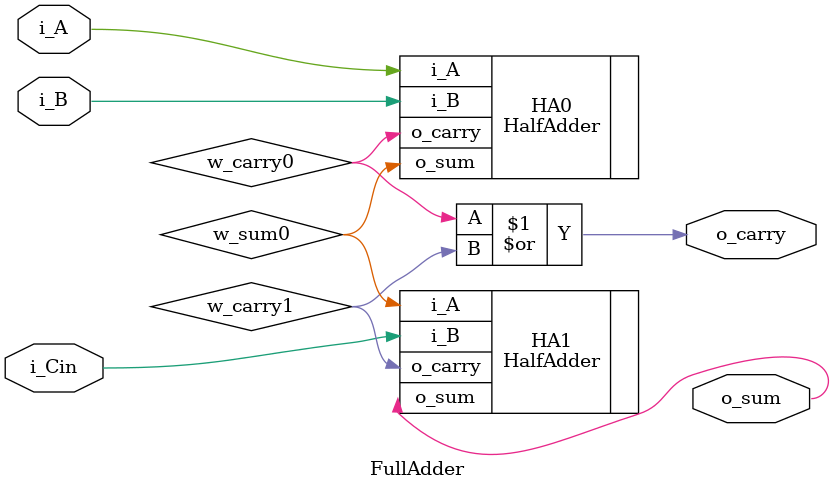
<source format=v>
`timescale 1ns / 1ps


module FullAdder(
    input i_A, i_B, i_Cin,

    output o_sum, o_carry
    );

    wire w_sum0, w_carry0, w_carry1;

    HalfAdder HA0(
        .i_A(i_A),
        .i_B(i_B),
        .o_sum(w_sum0),
        .o_carry(w_carry0)
    );

    HalfAdder HA1(
        .i_A(w_sum0),
        .i_B(i_Cin),
        .o_sum(o_sum),
        .o_carry(w_carry1)
    );

    assign o_carry = w_carry0 | w_carry1;

endmodule

</source>
